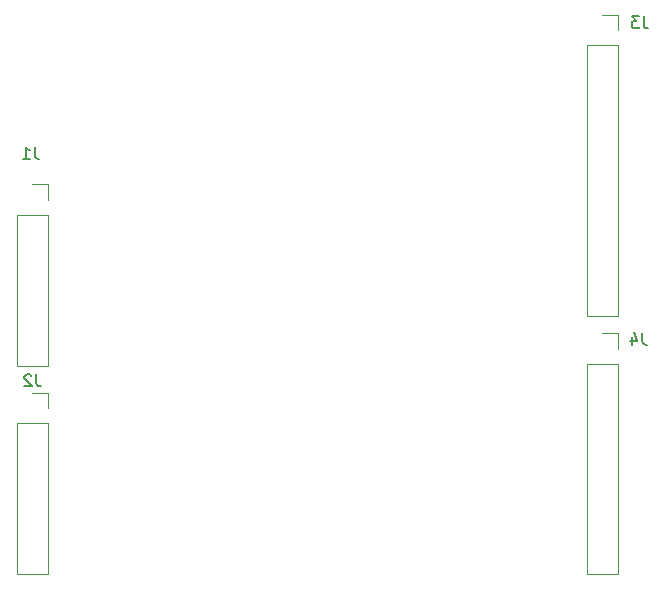
<source format=gbr>
%TF.GenerationSoftware,KiCad,Pcbnew,(6.0.10)*%
%TF.CreationDate,2023-04-05T21:14:25-05:00*%
%TF.ProjectId,445,3434352e-6b69-4636-9164-5f7063625858,rev?*%
%TF.SameCoordinates,Original*%
%TF.FileFunction,Legend,Bot*%
%TF.FilePolarity,Positive*%
%FSLAX46Y46*%
G04 Gerber Fmt 4.6, Leading zero omitted, Abs format (unit mm)*
G04 Created by KiCad (PCBNEW (6.0.10)) date 2023-04-05 21:14:25*
%MOMM*%
%LPD*%
G01*
G04 APERTURE LIST*
%ADD10C,0.150000*%
%ADD11C,0.120000*%
G04 APERTURE END LIST*
D10*
%TO.C,J3*%
X173434333Y-49871380D02*
X173434333Y-50585666D01*
X173481952Y-50728523D01*
X173577190Y-50823761D01*
X173720047Y-50871380D01*
X173815285Y-50871380D01*
X173053380Y-49871380D02*
X172434333Y-49871380D01*
X172767666Y-50252333D01*
X172624809Y-50252333D01*
X172529571Y-50299952D01*
X172481952Y-50347571D01*
X172434333Y-50442809D01*
X172434333Y-50680904D01*
X172481952Y-50776142D01*
X172529571Y-50823761D01*
X172624809Y-50871380D01*
X172910523Y-50871380D01*
X173005761Y-50823761D01*
X173053380Y-50776142D01*
%TO.C,J1*%
X121872333Y-60920380D02*
X121872333Y-61634666D01*
X121919952Y-61777523D01*
X122015190Y-61872761D01*
X122158047Y-61920380D01*
X122253285Y-61920380D01*
X120872333Y-61920380D02*
X121443761Y-61920380D01*
X121158047Y-61920380D02*
X121158047Y-60920380D01*
X121253285Y-61063238D01*
X121348523Y-61158476D01*
X121443761Y-61206095D01*
%TO.C,J2*%
X121999333Y-80180380D02*
X121999333Y-80894666D01*
X122046952Y-81037523D01*
X122142190Y-81132761D01*
X122285047Y-81180380D01*
X122380285Y-81180380D01*
X121570761Y-80275619D02*
X121523142Y-80228000D01*
X121427904Y-80180380D01*
X121189809Y-80180380D01*
X121094571Y-80228000D01*
X121046952Y-80275619D01*
X120999333Y-80370857D01*
X120999333Y-80466095D01*
X121046952Y-80608952D01*
X121618380Y-81180380D01*
X120999333Y-81180380D01*
%TO.C,J4*%
X173307333Y-76668380D02*
X173307333Y-77382666D01*
X173354952Y-77525523D01*
X173450190Y-77620761D01*
X173593047Y-77668380D01*
X173688285Y-77668380D01*
X172402571Y-77001714D02*
X172402571Y-77668380D01*
X172640666Y-76620761D02*
X172878761Y-77335047D01*
X172259714Y-77335047D01*
D11*
%TO.C,J3*%
X171256000Y-52329000D02*
X171256000Y-75249000D01*
X171256000Y-51059000D02*
X171256000Y-49729000D01*
X171256000Y-75249000D02*
X168596000Y-75249000D01*
X171256000Y-49729000D02*
X169926000Y-49729000D01*
X171256000Y-52329000D02*
X168596000Y-52329000D01*
X168596000Y-52329000D02*
X168596000Y-75249000D01*
%TO.C,J1*%
X120336000Y-66675000D02*
X120336000Y-79435000D01*
X122996000Y-66675000D02*
X122996000Y-79435000D01*
X122996000Y-64075000D02*
X121666000Y-64075000D01*
X122996000Y-65405000D02*
X122996000Y-64075000D01*
X122996000Y-66675000D02*
X120336000Y-66675000D01*
X122996000Y-79435000D02*
X120336000Y-79435000D01*
%TO.C,J2*%
X120336000Y-84328000D02*
X120336000Y-97088000D01*
X122996000Y-84328000D02*
X122996000Y-97088000D01*
X122996000Y-83058000D02*
X122996000Y-81728000D01*
X122996000Y-97088000D02*
X120336000Y-97088000D01*
X122996000Y-84328000D02*
X120336000Y-84328000D01*
X122996000Y-81728000D02*
X121666000Y-81728000D01*
%TO.C,J4*%
X171256000Y-97103000D02*
X168596000Y-97103000D01*
X168596000Y-79263000D02*
X168596000Y-97103000D01*
X171256000Y-76663000D02*
X169926000Y-76663000D01*
X171256000Y-79263000D02*
X171256000Y-97103000D01*
X171256000Y-77993000D02*
X171256000Y-76663000D01*
X171256000Y-79263000D02*
X168596000Y-79263000D01*
%TD*%
M02*

</source>
